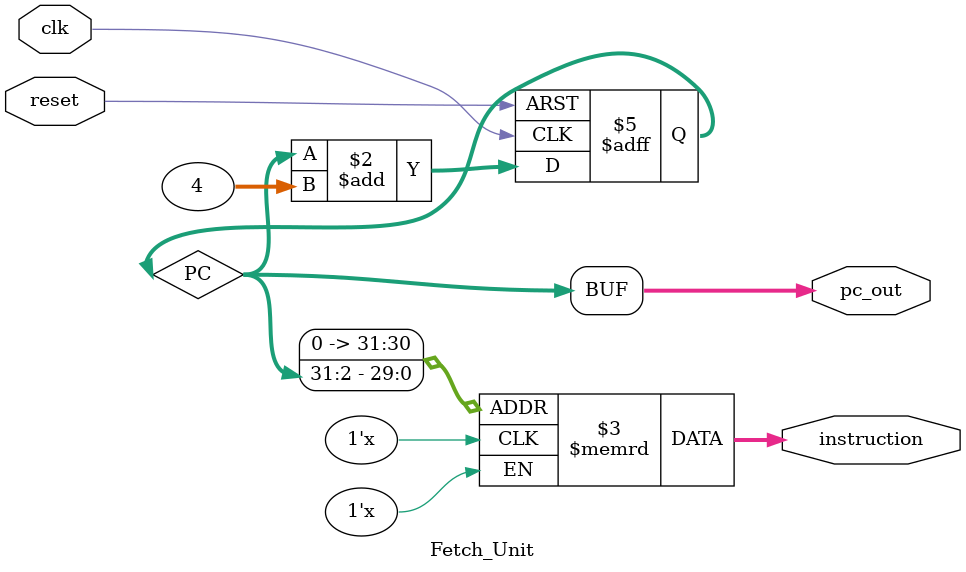
<source format=sv>
module Fetch_Unit (
    input clk,                  // Clock signal
    input reset,                // Reset signal
    output [31:0] instruction,  // Current instruction fetched
    output [31:0] pc_out        // Current PC value
);

    reg [31:0] PC;              // Program Counter (PC)
    reg [31:0] Instruction_Memory [0:255];  // Memory storing instructions (256 words)

    // PC Incrementer logic (adds 4 to the PC to point to the next instruction)
    always @(posedge clk or posedge reset) begin
        if (reset)
            PC <= 32'b0;         // Reset PC to 0
        else
            PC <= PC + 4;        // Increment PC by 4 (assuming word-aligned instructions)
    end

    // Fetch the instruction from memory
    assign instruction = Instruction_Memory[PC >> 2];  // PC >> 2 for word-aligned addressing
    assign pc_out = PC;        // Output the current PC value

endmodule


</source>
